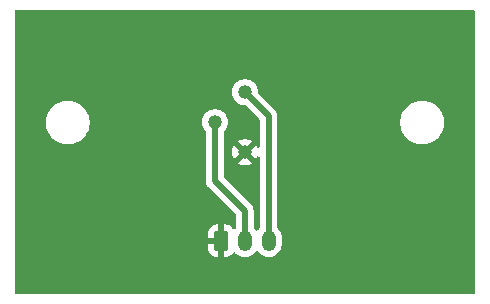
<source format=gbr>
%TF.GenerationSoftware,KiCad,Pcbnew,8.0.4*%
%TF.CreationDate,2024-08-31T15:59:03-07:00*%
%TF.ProjectId,aunisoma-pir,61756e69-736f-46d6-912d-7069722e6b69,rev?*%
%TF.SameCoordinates,Original*%
%TF.FileFunction,Copper,L1,Top*%
%TF.FilePolarity,Positive*%
%FSLAX46Y46*%
G04 Gerber Fmt 4.6, Leading zero omitted, Abs format (unit mm)*
G04 Created by KiCad (PCBNEW 8.0.4) date 2024-08-31 15:59:03*
%MOMM*%
%LPD*%
G01*
G04 APERTURE LIST*
G04 Aperture macros list*
%AMRoundRect*
0 Rectangle with rounded corners*
0 $1 Rounding radius*
0 $2 $3 $4 $5 $6 $7 $8 $9 X,Y pos of 4 corners*
0 Add a 4 corners polygon primitive as box body*
4,1,4,$2,$3,$4,$5,$6,$7,$8,$9,$2,$3,0*
0 Add four circle primitives for the rounded corners*
1,1,$1+$1,$2,$3*
1,1,$1+$1,$4,$5*
1,1,$1+$1,$6,$7*
1,1,$1+$1,$8,$9*
0 Add four rect primitives between the rounded corners*
20,1,$1+$1,$2,$3,$4,$5,0*
20,1,$1+$1,$4,$5,$6,$7,0*
20,1,$1+$1,$6,$7,$8,$9,0*
20,1,$1+$1,$8,$9,$2,$3,0*%
G04 Aperture macros list end*
%TA.AperFunction,ComponentPad*%
%ADD10RoundRect,0.250000X-0.350000X-0.625000X0.350000X-0.625000X0.350000X0.625000X-0.350000X0.625000X0*%
%TD*%
%TA.AperFunction,ComponentPad*%
%ADD11O,1.200000X1.750000*%
%TD*%
%TA.AperFunction,ComponentPad*%
%ADD12C,1.192000*%
%TD*%
%TA.AperFunction,Conductor*%
%ADD13C,0.500000*%
%TD*%
G04 APERTURE END LIST*
D10*
%TO.P,J1,1,Pin_1*%
%TO.N,GND*%
X103000000Y-80000000D03*
D11*
%TO.P,J1,2,Pin_2*%
%TO.N,/PIR_OUT*%
X105000000Y-80000000D03*
%TO.P,J1,3,Pin_3*%
%TO.N,+3.3V*%
X107000000Y-80000000D03*
%TD*%
D12*
%TO.P,U1,1,VDD*%
%TO.N,GND*%
X105000000Y-72500000D03*
%TO.P,U1,2,OUT*%
%TO.N,/PIR_OUT*%
X102460000Y-69960000D03*
%TO.P,U1,3,GND*%
%TO.N,+3.3V*%
X105000000Y-67420000D03*
%TD*%
D13*
%TO.N,+3.3V*%
X107000000Y-69420000D02*
X105000000Y-67420000D01*
X107000000Y-80000000D02*
X107000000Y-69420000D01*
%TO.N,/PIR_OUT*%
X105000000Y-77500000D02*
X102460000Y-74960000D01*
X105000000Y-80000000D02*
X105000000Y-77500000D01*
X102460000Y-74960000D02*
X102460000Y-69960000D01*
%TD*%
%TA.AperFunction,Conductor*%
%TO.N,GND*%
G36*
X124442539Y-60520185D02*
G01*
X124488294Y-60572989D01*
X124499500Y-60624500D01*
X124499500Y-84375500D01*
X124479815Y-84442539D01*
X124427011Y-84488294D01*
X124375500Y-84499500D01*
X85624500Y-84499500D01*
X85557461Y-84479815D01*
X85511706Y-84427011D01*
X85500500Y-84375500D01*
X85500500Y-69878711D01*
X88149500Y-69878711D01*
X88149500Y-70121288D01*
X88181161Y-70361785D01*
X88243947Y-70596104D01*
X88334337Y-70814324D01*
X88336776Y-70820212D01*
X88458064Y-71030289D01*
X88458066Y-71030292D01*
X88458067Y-71030293D01*
X88605733Y-71222736D01*
X88605739Y-71222743D01*
X88777256Y-71394260D01*
X88777263Y-71394266D01*
X88890321Y-71481018D01*
X88969711Y-71541936D01*
X89179788Y-71663224D01*
X89403900Y-71756054D01*
X89638211Y-71818838D01*
X89818586Y-71842584D01*
X89878711Y-71850500D01*
X89878712Y-71850500D01*
X90121289Y-71850500D01*
X90169388Y-71844167D01*
X90361789Y-71818838D01*
X90596100Y-71756054D01*
X90820212Y-71663224D01*
X91030289Y-71541936D01*
X91222738Y-71394265D01*
X91394265Y-71222738D01*
X91541936Y-71030289D01*
X91663224Y-70820212D01*
X91756054Y-70596100D01*
X91818838Y-70361789D01*
X91850500Y-70121288D01*
X91850500Y-69959999D01*
X101358802Y-69959999D01*
X101358802Y-69960000D01*
X101377551Y-70162340D01*
X101433162Y-70357797D01*
X101523739Y-70539700D01*
X101523744Y-70539708D01*
X101646206Y-70701873D01*
X101669037Y-70722686D01*
X101705319Y-70782397D01*
X101709500Y-70814324D01*
X101709500Y-75033918D01*
X101709500Y-75033920D01*
X101709499Y-75033920D01*
X101738340Y-75178907D01*
X101738343Y-75178917D01*
X101794914Y-75315492D01*
X101827812Y-75364727D01*
X101827813Y-75364730D01*
X101877046Y-75438414D01*
X101877052Y-75438421D01*
X104213181Y-77774548D01*
X104246666Y-77835871D01*
X104249500Y-77862229D01*
X104249500Y-78867796D01*
X104229815Y-78934835D01*
X104213180Y-78955478D01*
X104175165Y-78993492D01*
X104113842Y-79026977D01*
X104044150Y-79021991D01*
X103988217Y-78980119D01*
X103981946Y-78970906D01*
X103942317Y-78906656D01*
X103818345Y-78782684D01*
X103669124Y-78690643D01*
X103669119Y-78690641D01*
X103502697Y-78635494D01*
X103502690Y-78635493D01*
X103399986Y-78625000D01*
X103250000Y-78625000D01*
X103250000Y-79719670D01*
X103230255Y-79699925D01*
X103144745Y-79650556D01*
X103049370Y-79625000D01*
X102950630Y-79625000D01*
X102855255Y-79650556D01*
X102769745Y-79699925D01*
X102750000Y-79719670D01*
X102750000Y-78625000D01*
X102600027Y-78625000D01*
X102600012Y-78625001D01*
X102497302Y-78635494D01*
X102330880Y-78690641D01*
X102330875Y-78690643D01*
X102181654Y-78782684D01*
X102057684Y-78906654D01*
X101965643Y-79055875D01*
X101965641Y-79055880D01*
X101910494Y-79222302D01*
X101910493Y-79222309D01*
X101900000Y-79325013D01*
X101900000Y-79750000D01*
X102719670Y-79750000D01*
X102699925Y-79769745D01*
X102650556Y-79855255D01*
X102625000Y-79950630D01*
X102625000Y-80049370D01*
X102650556Y-80144745D01*
X102699925Y-80230255D01*
X102719670Y-80250000D01*
X101900001Y-80250000D01*
X101900001Y-80674986D01*
X101910494Y-80777697D01*
X101965641Y-80944119D01*
X101965643Y-80944124D01*
X102057684Y-81093345D01*
X102181654Y-81217315D01*
X102330875Y-81309356D01*
X102330880Y-81309358D01*
X102497302Y-81364505D01*
X102497309Y-81364506D01*
X102600019Y-81374999D01*
X102749999Y-81374999D01*
X102750000Y-81374998D01*
X102750000Y-80280330D01*
X102769745Y-80300075D01*
X102855255Y-80349444D01*
X102950630Y-80375000D01*
X103049370Y-80375000D01*
X103144745Y-80349444D01*
X103230255Y-80300075D01*
X103250000Y-80280330D01*
X103250000Y-81374999D01*
X103399972Y-81374999D01*
X103399986Y-81374998D01*
X103502697Y-81364505D01*
X103669119Y-81309358D01*
X103669124Y-81309356D01*
X103818345Y-81217315D01*
X103942315Y-81093345D01*
X103981945Y-81029094D01*
X104033893Y-80982368D01*
X104102855Y-80971145D01*
X104166937Y-80998988D01*
X104175166Y-81006508D01*
X104283072Y-81114414D01*
X104423212Y-81216232D01*
X104577555Y-81294873D01*
X104742299Y-81348402D01*
X104913389Y-81375500D01*
X104913390Y-81375500D01*
X105086610Y-81375500D01*
X105086611Y-81375500D01*
X105257701Y-81348402D01*
X105422445Y-81294873D01*
X105576788Y-81216232D01*
X105716928Y-81114414D01*
X105839414Y-80991928D01*
X105899682Y-80908975D01*
X105955012Y-80866311D01*
X106024626Y-80860332D01*
X106086421Y-80892938D01*
X106100315Y-80908973D01*
X106160586Y-80991928D01*
X106283072Y-81114414D01*
X106423212Y-81216232D01*
X106577555Y-81294873D01*
X106742299Y-81348402D01*
X106913389Y-81375500D01*
X106913390Y-81375500D01*
X107086610Y-81375500D01*
X107086611Y-81375500D01*
X107257701Y-81348402D01*
X107422445Y-81294873D01*
X107576788Y-81216232D01*
X107716928Y-81114414D01*
X107839414Y-80991928D01*
X107941232Y-80851788D01*
X108019873Y-80697445D01*
X108073402Y-80532701D01*
X108100500Y-80361611D01*
X108100500Y-79638389D01*
X108073402Y-79467299D01*
X108019873Y-79302555D01*
X107941232Y-79148212D01*
X107839414Y-79008072D01*
X107786819Y-78955477D01*
X107753334Y-78894154D01*
X107750500Y-78867796D01*
X107750500Y-69878711D01*
X118149500Y-69878711D01*
X118149500Y-70121288D01*
X118181161Y-70361785D01*
X118243947Y-70596104D01*
X118334337Y-70814324D01*
X118336776Y-70820212D01*
X118458064Y-71030289D01*
X118458066Y-71030292D01*
X118458067Y-71030293D01*
X118605733Y-71222736D01*
X118605739Y-71222743D01*
X118777256Y-71394260D01*
X118777263Y-71394266D01*
X118890321Y-71481018D01*
X118969711Y-71541936D01*
X119179788Y-71663224D01*
X119403900Y-71756054D01*
X119638211Y-71818838D01*
X119818586Y-71842584D01*
X119878711Y-71850500D01*
X119878712Y-71850500D01*
X120121289Y-71850500D01*
X120169388Y-71844167D01*
X120361789Y-71818838D01*
X120596100Y-71756054D01*
X120820212Y-71663224D01*
X121030289Y-71541936D01*
X121222738Y-71394265D01*
X121394265Y-71222738D01*
X121541936Y-71030289D01*
X121663224Y-70820212D01*
X121756054Y-70596100D01*
X121818838Y-70361789D01*
X121850500Y-70121288D01*
X121850500Y-69878712D01*
X121818838Y-69638211D01*
X121756054Y-69403900D01*
X121663224Y-69179788D01*
X121541936Y-68969711D01*
X121394265Y-68777262D01*
X121394260Y-68777256D01*
X121222743Y-68605739D01*
X121222736Y-68605733D01*
X121030293Y-68458067D01*
X121030292Y-68458066D01*
X121030289Y-68458064D01*
X120820212Y-68336776D01*
X120728472Y-68298776D01*
X120596104Y-68243947D01*
X120361785Y-68181161D01*
X120121289Y-68149500D01*
X120121288Y-68149500D01*
X119878712Y-68149500D01*
X119878711Y-68149500D01*
X119638214Y-68181161D01*
X119403895Y-68243947D01*
X119179794Y-68336773D01*
X119179785Y-68336777D01*
X118969706Y-68458067D01*
X118777263Y-68605733D01*
X118777256Y-68605739D01*
X118605739Y-68777256D01*
X118605733Y-68777263D01*
X118458067Y-68969706D01*
X118336777Y-69179785D01*
X118336773Y-69179794D01*
X118243947Y-69403895D01*
X118181161Y-69638214D01*
X118149500Y-69878711D01*
X107750500Y-69878711D01*
X107750500Y-69346079D01*
X107721659Y-69201092D01*
X107721658Y-69201091D01*
X107721658Y-69201087D01*
X107712836Y-69179788D01*
X107665087Y-69064511D01*
X107665080Y-69064498D01*
X107582952Y-68941585D01*
X107542207Y-68900840D01*
X107478416Y-68837049D01*
X106822528Y-68181161D01*
X106136924Y-67495556D01*
X106103439Y-67434233D01*
X106101135Y-67419325D01*
X106082448Y-67217655D01*
X106026837Y-67022201D01*
X105982101Y-66932361D01*
X105936260Y-66840299D01*
X105936255Y-66840291D01*
X105813793Y-66678125D01*
X105663620Y-66541225D01*
X105663618Y-66541223D01*
X105490849Y-66434249D01*
X105490843Y-66434246D01*
X105341501Y-66376392D01*
X105301357Y-66360840D01*
X105101606Y-66323500D01*
X104898394Y-66323500D01*
X104698643Y-66360840D01*
X104698640Y-66360840D01*
X104698640Y-66360841D01*
X104509156Y-66434246D01*
X104509150Y-66434249D01*
X104336381Y-66541223D01*
X104336379Y-66541225D01*
X104186206Y-66678125D01*
X104063744Y-66840291D01*
X104063739Y-66840299D01*
X103973162Y-67022202D01*
X103917551Y-67217659D01*
X103898802Y-67419999D01*
X103898802Y-67420000D01*
X103917551Y-67622340D01*
X103973162Y-67817797D01*
X104063739Y-67999700D01*
X104063744Y-67999708D01*
X104186206Y-68161874D01*
X104336379Y-68298774D01*
X104336381Y-68298776D01*
X104509150Y-68405750D01*
X104509156Y-68405753D01*
X104549298Y-68421304D01*
X104698643Y-68479160D01*
X104898394Y-68516500D01*
X104983770Y-68516500D01*
X105050809Y-68536185D01*
X105071451Y-68552819D01*
X106213181Y-69694548D01*
X106246666Y-69755871D01*
X106249500Y-69782229D01*
X106249500Y-72023276D01*
X106229815Y-72090315D01*
X106177011Y-72136070D01*
X106107853Y-72146014D01*
X106044297Y-72116989D01*
X106014500Y-72078548D01*
X105935828Y-71920556D01*
X105934608Y-71918942D01*
X105353553Y-72499999D01*
X105353553Y-72500000D01*
X105934608Y-73081055D01*
X105934609Y-73081055D01*
X105935829Y-73079441D01*
X105935830Y-73079440D01*
X106014500Y-72921451D01*
X106062003Y-72870214D01*
X106129666Y-72852793D01*
X106196006Y-72874719D01*
X106239961Y-72929030D01*
X106249500Y-72976723D01*
X106249500Y-78867796D01*
X106229815Y-78934835D01*
X106213181Y-78955477D01*
X106160588Y-79008069D01*
X106160581Y-79008078D01*
X106100317Y-79091023D01*
X106044987Y-79133689D01*
X105975374Y-79139667D01*
X105913579Y-79107061D01*
X105899683Y-79091023D01*
X105839418Y-79008078D01*
X105839414Y-79008072D01*
X105786819Y-78955477D01*
X105753334Y-78894154D01*
X105750500Y-78867796D01*
X105750500Y-77426079D01*
X105721659Y-77281092D01*
X105721658Y-77281091D01*
X105721658Y-77281087D01*
X105721656Y-77281082D01*
X105665087Y-77144511D01*
X105665080Y-77144498D01*
X105582952Y-77021585D01*
X105582951Y-77021584D01*
X105478416Y-76917049D01*
X103246819Y-74685451D01*
X103213334Y-74624128D01*
X103210500Y-74597770D01*
X103210500Y-73431333D01*
X104422218Y-73431333D01*
X104422218Y-73431334D01*
X104509374Y-73485300D01*
X104509378Y-73485302D01*
X104698778Y-73558675D01*
X104898443Y-73596000D01*
X105101557Y-73596000D01*
X105301226Y-73558674D01*
X105490612Y-73485305D01*
X105490625Y-73485299D01*
X105577780Y-73431334D01*
X105577780Y-73431333D01*
X105000001Y-72853553D01*
X105000000Y-72853553D01*
X104422218Y-73431333D01*
X103210500Y-73431333D01*
X103210500Y-72499999D01*
X103899305Y-72499999D01*
X103899305Y-72500000D01*
X103918045Y-72702248D01*
X103973633Y-72897620D01*
X104064170Y-73079442D01*
X104065389Y-73081056D01*
X104646447Y-72500000D01*
X104603660Y-72457213D01*
X104675000Y-72457213D01*
X104675000Y-72542787D01*
X104697149Y-72625445D01*
X104739936Y-72699554D01*
X104800446Y-72760064D01*
X104874555Y-72802851D01*
X104957213Y-72825000D01*
X105042787Y-72825000D01*
X105125445Y-72802851D01*
X105199554Y-72760064D01*
X105260064Y-72699554D01*
X105302851Y-72625445D01*
X105325000Y-72542787D01*
X105325000Y-72457213D01*
X105302851Y-72374555D01*
X105260064Y-72300446D01*
X105199554Y-72239936D01*
X105125445Y-72197149D01*
X105042787Y-72175000D01*
X104957213Y-72175000D01*
X104874555Y-72197149D01*
X104800446Y-72239936D01*
X104739936Y-72300446D01*
X104697149Y-72374555D01*
X104675000Y-72457213D01*
X104603660Y-72457213D01*
X104065390Y-71918943D01*
X104064168Y-71920561D01*
X104064166Y-71920565D01*
X103973633Y-72102379D01*
X103918045Y-72297751D01*
X103899305Y-72499999D01*
X103210500Y-72499999D01*
X103210500Y-71568665D01*
X104422217Y-71568665D01*
X105000000Y-72146447D01*
X105000001Y-72146447D01*
X105577781Y-71568665D01*
X105490622Y-71514698D01*
X105490621Y-71514697D01*
X105301221Y-71441324D01*
X105101557Y-71404000D01*
X104898443Y-71404000D01*
X104698778Y-71441324D01*
X104509380Y-71514696D01*
X104509374Y-71514699D01*
X104422218Y-71568664D01*
X104422217Y-71568665D01*
X103210500Y-71568665D01*
X103210500Y-70814324D01*
X103230185Y-70747285D01*
X103250963Y-70722686D01*
X103273795Y-70701872D01*
X103396257Y-70539706D01*
X103486837Y-70357799D01*
X103542448Y-70162345D01*
X103561198Y-69960000D01*
X103542448Y-69757655D01*
X103486837Y-69562201D01*
X103408009Y-69403895D01*
X103396260Y-69380299D01*
X103396255Y-69380291D01*
X103273793Y-69218125D01*
X103123620Y-69081225D01*
X103123618Y-69081223D01*
X102950849Y-68974249D01*
X102950843Y-68974246D01*
X102801501Y-68916392D01*
X102761357Y-68900840D01*
X102561606Y-68863500D01*
X102358394Y-68863500D01*
X102158643Y-68900840D01*
X102158640Y-68900840D01*
X102158640Y-68900841D01*
X101969156Y-68974246D01*
X101969150Y-68974249D01*
X101796381Y-69081223D01*
X101796379Y-69081225D01*
X101646206Y-69218125D01*
X101523744Y-69380291D01*
X101523739Y-69380299D01*
X101433162Y-69562202D01*
X101377551Y-69757659D01*
X101358802Y-69959999D01*
X91850500Y-69959999D01*
X91850500Y-69878712D01*
X91818838Y-69638211D01*
X91756054Y-69403900D01*
X91663224Y-69179788D01*
X91541936Y-68969711D01*
X91394265Y-68777262D01*
X91394260Y-68777256D01*
X91222743Y-68605739D01*
X91222736Y-68605733D01*
X91030293Y-68458067D01*
X91030292Y-68458066D01*
X91030289Y-68458064D01*
X90820212Y-68336776D01*
X90728472Y-68298776D01*
X90596104Y-68243947D01*
X90361785Y-68181161D01*
X90121289Y-68149500D01*
X90121288Y-68149500D01*
X89878712Y-68149500D01*
X89878711Y-68149500D01*
X89638214Y-68181161D01*
X89403895Y-68243947D01*
X89179794Y-68336773D01*
X89179785Y-68336777D01*
X88969706Y-68458067D01*
X88777263Y-68605733D01*
X88777256Y-68605739D01*
X88605739Y-68777256D01*
X88605733Y-68777263D01*
X88458067Y-68969706D01*
X88336777Y-69179785D01*
X88336773Y-69179794D01*
X88243947Y-69403895D01*
X88181161Y-69638214D01*
X88149500Y-69878711D01*
X85500500Y-69878711D01*
X85500500Y-60624500D01*
X85520185Y-60557461D01*
X85572989Y-60511706D01*
X85624500Y-60500500D01*
X124375500Y-60500500D01*
X124442539Y-60520185D01*
G37*
%TD.AperFunction*%
%TD*%
M02*

</source>
